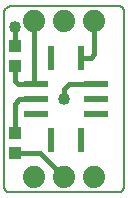
<source format=gtl>
G75*
%MOIN*%
%OFA0B0*%
%FSLAX24Y24*%
%IPPOS*%
%LPD*%
%AMOC8*
5,1,8,0,0,1.08239X$1,22.5*
%
%ADD10C,0.0080*%
%ADD11R,0.0394X0.0433*%
%ADD12C,0.0740*%
%ADD13R,0.0787X0.0236*%
%ADD14R,0.0236X0.0787*%
%ADD15C,0.0160*%
%ADD16C,0.0400*%
D10*
X000155Y000323D02*
X000155Y006116D01*
X000157Y006143D01*
X000162Y006170D01*
X000170Y006195D01*
X000181Y006220D01*
X000195Y006243D01*
X000211Y006265D01*
X000230Y006284D01*
X000252Y006300D01*
X000275Y006314D01*
X000300Y006325D01*
X000325Y006333D01*
X000352Y006338D01*
X000379Y006340D01*
X003972Y006340D01*
X003998Y006338D01*
X004024Y006333D01*
X004048Y006323D01*
X004071Y006311D01*
X004092Y006295D01*
X004110Y006277D01*
X004126Y006256D01*
X004138Y006233D01*
X004148Y006209D01*
X004153Y006183D01*
X004155Y006157D01*
X004155Y000340D01*
X004153Y000314D01*
X004148Y000288D01*
X004140Y000263D01*
X004128Y000240D01*
X004114Y000218D01*
X004096Y000199D01*
X004077Y000181D01*
X004055Y000167D01*
X004032Y000155D01*
X004007Y000147D01*
X003981Y000142D01*
X003955Y000140D01*
X000338Y000140D01*
X000312Y000142D01*
X000286Y000147D01*
X000262Y000157D01*
X000239Y000169D01*
X000218Y000185D01*
X000200Y000203D01*
X000184Y000224D01*
X000172Y000247D01*
X000162Y000271D01*
X000157Y000297D01*
X000155Y000323D01*
D11*
X000505Y001455D03*
X000505Y002125D03*
X000505Y004355D03*
X000505Y005025D03*
D12*
X001155Y005840D03*
X002155Y005840D03*
X003155Y005840D03*
X003155Y000640D03*
X002155Y000640D03*
X001155Y000640D03*
D13*
X001205Y002748D03*
X001205Y003240D03*
X001205Y003732D03*
X003205Y003732D03*
X003205Y003240D03*
X003205Y002748D03*
D14*
X002705Y001862D03*
X001705Y001862D03*
X001705Y004618D03*
X002705Y004618D03*
D15*
X003033Y004618D01*
X003155Y004740D01*
X003155Y005840D01*
X003205Y003732D02*
X002297Y003732D01*
X002155Y003590D01*
X002155Y003240D01*
X001205Y003240D02*
X000655Y003240D01*
X000505Y003090D01*
X000505Y002125D01*
X000505Y001455D02*
X001340Y001455D01*
X002155Y000640D01*
X001205Y003732D02*
X000613Y003732D01*
X000505Y003840D01*
X000505Y004355D01*
X000505Y005025D02*
X000505Y005640D01*
X001155Y005840D02*
X001155Y003782D01*
X001205Y003732D01*
D16*
X002155Y003240D03*
X000505Y005640D03*
M02*

</source>
